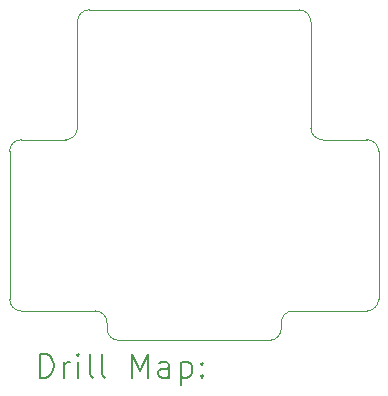
<source format=gbr>
%TF.GenerationSoftware,KiCad,Pcbnew,8.0.7*%
%TF.CreationDate,2025-04-11T02:02:34-04:00*%
%TF.ProjectId,2M_3F,324d5f33-462e-46b6-9963-61645f706362,rev?*%
%TF.SameCoordinates,Original*%
%TF.FileFunction,Drillmap*%
%TF.FilePolarity,Positive*%
%FSLAX45Y45*%
G04 Gerber Fmt 4.5, Leading zero omitted, Abs format (unit mm)*
G04 Created by KiCad (PCBNEW 8.0.7) date 2025-04-11 02:02:34*
%MOMM*%
%LPD*%
G01*
G04 APERTURE LIST*
%ADD10C,0.050000*%
%ADD11C,0.200000*%
G04 APERTURE END LIST*
D10*
X10775000Y-5200000D02*
G75*
G02*
X10675000Y-5300000I-100000J0D01*
G01*
X9400000Y-5300000D02*
G75*
G02*
X9300000Y-5200000I0J100000D01*
G01*
X10775000Y-5150000D02*
X10775000Y-5200000D01*
X9300000Y-5150000D02*
X9300000Y-5200000D01*
X9050000Y-2600000D02*
G75*
G02*
X9150000Y-2500000I100000J0D01*
G01*
X8475000Y-3700000D02*
G75*
G02*
X8575000Y-3600000I100000J0D01*
G01*
X8575000Y-5050000D02*
G75*
G02*
X8475000Y-4950000I0J100000D01*
G01*
X10875000Y-5050000D02*
X11500000Y-5050000D01*
X10775000Y-5150000D02*
G75*
G02*
X10875000Y-5050000I100000J0D01*
G01*
X9050000Y-3500000D02*
G75*
G02*
X8950000Y-3600000I-100000J0D01*
G01*
X9050000Y-3500000D02*
X9050000Y-2600000D01*
X11500000Y-3600000D02*
X11125000Y-3600000D01*
X8950000Y-3600000D02*
X8575000Y-3600000D01*
X11125000Y-3600000D02*
G75*
G02*
X11025000Y-3500000I0J100000D01*
G01*
X10925000Y-2500000D02*
G75*
G02*
X11025000Y-2600000I0J-100000D01*
G01*
X11500000Y-3600000D02*
G75*
G02*
X11600000Y-3700000I0J-100000D01*
G01*
X8475000Y-4950000D02*
X8475000Y-3700000D01*
X11600000Y-3700000D02*
X11600000Y-4950000D01*
X10675000Y-5300000D02*
X9400000Y-5300000D01*
X11600000Y-4950000D02*
G75*
G02*
X11500000Y-5050000I-100000J0D01*
G01*
X9150000Y-2500000D02*
X10925000Y-2500000D01*
X9200000Y-5050000D02*
X8575000Y-5050000D01*
X11025000Y-3500000D02*
X11025000Y-2600000D01*
X9200000Y-5050000D02*
G75*
G02*
X9300000Y-5150000I0J-100000D01*
G01*
D11*
X8733277Y-5613984D02*
X8733277Y-5413984D01*
X8733277Y-5413984D02*
X8780896Y-5413984D01*
X8780896Y-5413984D02*
X8809467Y-5423508D01*
X8809467Y-5423508D02*
X8828515Y-5442555D01*
X8828515Y-5442555D02*
X8838039Y-5461603D01*
X8838039Y-5461603D02*
X8847563Y-5499698D01*
X8847563Y-5499698D02*
X8847563Y-5528270D01*
X8847563Y-5528270D02*
X8838039Y-5566365D01*
X8838039Y-5566365D02*
X8828515Y-5585412D01*
X8828515Y-5585412D02*
X8809467Y-5604460D01*
X8809467Y-5604460D02*
X8780896Y-5613984D01*
X8780896Y-5613984D02*
X8733277Y-5613984D01*
X8933277Y-5613984D02*
X8933277Y-5480650D01*
X8933277Y-5518746D02*
X8942801Y-5499698D01*
X8942801Y-5499698D02*
X8952324Y-5490174D01*
X8952324Y-5490174D02*
X8971372Y-5480650D01*
X8971372Y-5480650D02*
X8990420Y-5480650D01*
X9057086Y-5613984D02*
X9057086Y-5480650D01*
X9057086Y-5413984D02*
X9047563Y-5423508D01*
X9047563Y-5423508D02*
X9057086Y-5433031D01*
X9057086Y-5433031D02*
X9066610Y-5423508D01*
X9066610Y-5423508D02*
X9057086Y-5413984D01*
X9057086Y-5413984D02*
X9057086Y-5433031D01*
X9180896Y-5613984D02*
X9161848Y-5604460D01*
X9161848Y-5604460D02*
X9152324Y-5585412D01*
X9152324Y-5585412D02*
X9152324Y-5413984D01*
X9285658Y-5613984D02*
X9266610Y-5604460D01*
X9266610Y-5604460D02*
X9257086Y-5585412D01*
X9257086Y-5585412D02*
X9257086Y-5413984D01*
X9514229Y-5613984D02*
X9514229Y-5413984D01*
X9514229Y-5413984D02*
X9580896Y-5556841D01*
X9580896Y-5556841D02*
X9647563Y-5413984D01*
X9647563Y-5413984D02*
X9647563Y-5613984D01*
X9828515Y-5613984D02*
X9828515Y-5509222D01*
X9828515Y-5509222D02*
X9818991Y-5490174D01*
X9818991Y-5490174D02*
X9799944Y-5480650D01*
X9799944Y-5480650D02*
X9761848Y-5480650D01*
X9761848Y-5480650D02*
X9742801Y-5490174D01*
X9828515Y-5604460D02*
X9809467Y-5613984D01*
X9809467Y-5613984D02*
X9761848Y-5613984D01*
X9761848Y-5613984D02*
X9742801Y-5604460D01*
X9742801Y-5604460D02*
X9733277Y-5585412D01*
X9733277Y-5585412D02*
X9733277Y-5566365D01*
X9733277Y-5566365D02*
X9742801Y-5547317D01*
X9742801Y-5547317D02*
X9761848Y-5537793D01*
X9761848Y-5537793D02*
X9809467Y-5537793D01*
X9809467Y-5537793D02*
X9828515Y-5528270D01*
X9923753Y-5480650D02*
X9923753Y-5680650D01*
X9923753Y-5490174D02*
X9942801Y-5480650D01*
X9942801Y-5480650D02*
X9980896Y-5480650D01*
X9980896Y-5480650D02*
X9999944Y-5490174D01*
X9999944Y-5490174D02*
X10009467Y-5499698D01*
X10009467Y-5499698D02*
X10018991Y-5518746D01*
X10018991Y-5518746D02*
X10018991Y-5575889D01*
X10018991Y-5575889D02*
X10009467Y-5594936D01*
X10009467Y-5594936D02*
X9999944Y-5604460D01*
X9999944Y-5604460D02*
X9980896Y-5613984D01*
X9980896Y-5613984D02*
X9942801Y-5613984D01*
X9942801Y-5613984D02*
X9923753Y-5604460D01*
X10104705Y-5594936D02*
X10114229Y-5604460D01*
X10114229Y-5604460D02*
X10104705Y-5613984D01*
X10104705Y-5613984D02*
X10095182Y-5604460D01*
X10095182Y-5604460D02*
X10104705Y-5594936D01*
X10104705Y-5594936D02*
X10104705Y-5613984D01*
X10104705Y-5490174D02*
X10114229Y-5499698D01*
X10114229Y-5499698D02*
X10104705Y-5509222D01*
X10104705Y-5509222D02*
X10095182Y-5499698D01*
X10095182Y-5499698D02*
X10104705Y-5490174D01*
X10104705Y-5490174D02*
X10104705Y-5509222D01*
M02*

</source>
